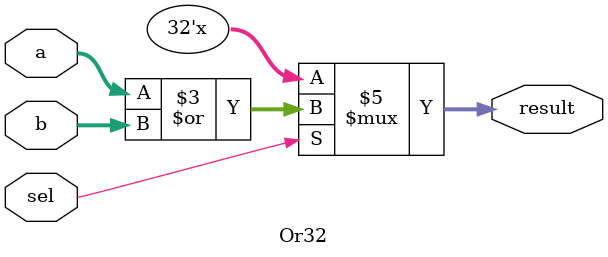
<source format=v>
`timescale 1ns / 1ps

module Or32(input[31:0] a, b, input sel, output reg [31:0] result);
always @ (*)
    if(sel == 1) result = a | b;
    else result = 32'bxxxxxxxxxxxxxxxxxxxxxxxxxxxxxxxx;
endmodule

</source>
